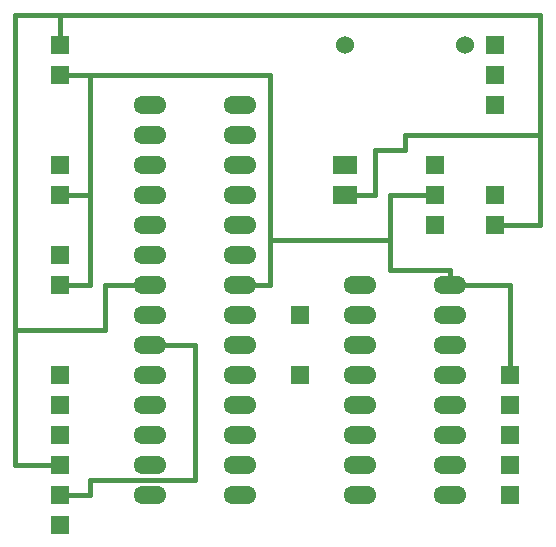
<source format=gbr>
%FSLAX35Y35*%
%MOIN*%
G04 EasyPC Gerber Version 18.0.8 Build 3632 *
%ADD15R,0.06000X0.06000*%
%ADD13O,0.11000X0.06000*%
%ADD17C,0.01500*%
%ADD14C,0.06000*%
%ADD16R,0.08000X0.06000*%
X0Y0D02*
D02*
D13*
X155250Y25171D03*
Y35171D03*
Y45171D03*
Y55171D03*
Y65171D03*
Y75171D03*
Y85171D03*
Y95171D03*
X125250Y25171D03*
Y35171D03*
Y45171D03*
Y55171D03*
Y65171D03*
Y75171D03*
Y85171D03*
Y95171D03*
X85250Y25171D03*
Y35171D03*
Y45171D03*
Y55171D03*
Y65171D03*
Y75171D03*
Y85171D03*
Y95171D03*
Y105171D03*
Y115171D03*
Y125171D03*
Y135171D03*
Y145171D03*
Y155171D03*
X55250Y25171D03*
Y35171D03*
Y45171D03*
Y55171D03*
Y65171D03*
Y75171D03*
Y85171D03*
Y95171D03*
Y105171D03*
Y115171D03*
Y125171D03*
Y135171D03*
Y145171D03*
Y155171D03*
D02*
D14*
X160250Y175171D03*
X120250D03*
D02*
D15*
X175250Y25171D03*
Y35171D03*
Y45171D03*
Y55171D03*
Y65171D03*
X170250Y115171D03*
Y125171D03*
Y155171D03*
Y165171D03*
Y175171D03*
X150250Y115171D03*
Y125171D03*
Y135171D03*
X105250Y65171D03*
Y85171D03*
X25250Y15171D03*
Y25171D03*
Y35171D03*
Y45171D03*
Y55171D03*
Y65171D03*
Y95171D03*
Y105171D03*
Y125171D03*
Y135171D03*
Y165171D03*
Y175171D03*
D02*
D16*
X120250Y125171D03*
Y135171D03*
D02*
D17*
X185250Y145171D02*
Y115171D01*
X170250*
X175250Y65171D02*
Y95171D01*
X155250*
Y100171*
X135250*
Y110171*
X150250Y125171D02*
X135250D01*
Y110171*
X120250Y125171D02*
X130250D01*
Y140171*
X140250*
Y145171*
X185250*
X95250Y110171D02*
X135250D01*
X85250Y95171D02*
X95250D01*
Y110171*
X55250Y75171D02*
X70250D01*
Y30171*
X35250*
Y25171*
X25250*
X55250Y95171D02*
X40250D01*
Y80171*
X10250*
X35250Y125171D02*
Y165171D01*
X25250*
Y35171D02*
X10250D01*
Y80171*
X25250Y95171D02*
X35250D01*
Y125171*
X25250D02*
X35250D01*
X25250Y165171D02*
X95250D01*
Y110171*
X25250Y175171D02*
Y185171D01*
X185250*
Y145171*
X10250Y80171D02*
Y185171D01*
X25250*
X0Y0D02*
M02*

</source>
